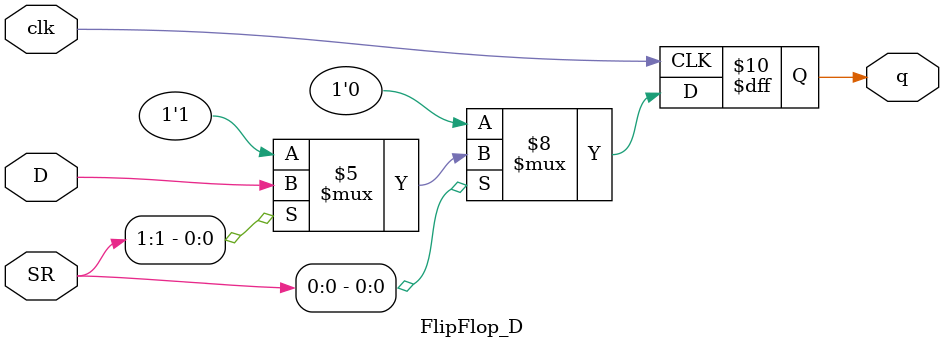
<source format=v>
module FlipFlop_D(

	input clk, D,
	input[1:0] SR,
	output reg q

);

parameter set = 1;

always @(posedge clk)
begin 
	if(SR[0] == 0)
	
		q <= 0;
	
	else if(SR[1] == 0)
	
		q <= set;
	
	else
	
		q <= D;

end

endmodule

</source>
